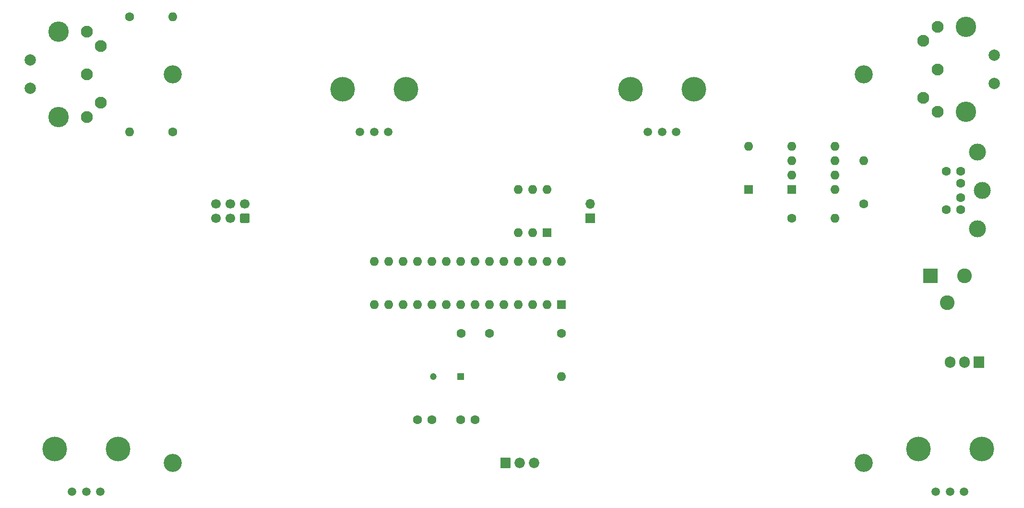
<source format=gts>
G04 #@! TF.GenerationSoftware,KiCad,Pcbnew,(5.1.9-0-10_14)*
G04 #@! TF.CreationDate,2024-01-04T20:03:31+01:00*
G04 #@! TF.ProjectId,v2_atmega8_encoder,76325f61-746d-4656-9761-385f656e636f,rev?*
G04 #@! TF.SameCoordinates,Original*
G04 #@! TF.FileFunction,Soldermask,Top*
G04 #@! TF.FilePolarity,Negative*
%FSLAX46Y46*%
G04 Gerber Fmt 4.6, Leading zero omitted, Abs format (unit mm)*
G04 Created by KiCad (PCBNEW (5.1.9-0-10_14)) date 2024-01-04 20:03:31*
%MOMM*%
%LPD*%
G01*
G04 APERTURE LIST*
%ADD10C,3.200000*%
%ADD11O,1.600000X1.600000*%
%ADD12R,1.600000X1.600000*%
%ADD13O,1.700000X1.700000*%
%ADD14R,1.700000X1.700000*%
%ADD15C,1.600000*%
%ADD16C,1.205000*%
%ADD17R,1.205000X1.205000*%
%ADD18O,1.905000X2.000000*%
%ADD19R,1.905000X2.000000*%
%ADD20C,1.839000*%
%ADD21C,3.600000*%
%ADD22C,2.000000*%
%ADD23C,2.100000*%
%ADD24C,2.600000*%
%ADD25R,2.600000X2.600000*%
%ADD26C,1.700000*%
%ADD27C,4.350000*%
%ADD28C,1.500000*%
%ADD29C,2.990000*%
G04 APERTURE END LIST*
D10*
X203200000Y-55880000D03*
X203200000Y-124460000D03*
X81280000Y-55880000D03*
X81280000Y-124460000D03*
D11*
X147320000Y-76200000D03*
X142240000Y-83820000D03*
X144780000Y-76200000D03*
X144780000Y-83820000D03*
X142240000Y-76200000D03*
D12*
X147320000Y-83820000D03*
D13*
X154940000Y-78740000D03*
D14*
X154940000Y-81280000D03*
D11*
X149860000Y-109220000D03*
D15*
X149860000Y-101600000D03*
X134580000Y-116840000D03*
X132080000Y-116840000D03*
D16*
X127200000Y-109220000D03*
D17*
X132080000Y-109220000D03*
D18*
X218440000Y-106680000D03*
X220980000Y-106680000D03*
D19*
X223520000Y-106680000D03*
D11*
X198120000Y-76200000D03*
X190500000Y-68580000D03*
X198120000Y-73660000D03*
X190500000Y-71120000D03*
X198120000Y-71120000D03*
X190500000Y-73660000D03*
X198120000Y-68580000D03*
D12*
X190500000Y-76200000D03*
D20*
X142505000Y-124460000D03*
X145045000Y-124460000D03*
G36*
G01*
X139045500Y-125277500D02*
X139045500Y-123642500D01*
G75*
G02*
X139147500Y-123540500I102000J0D01*
G01*
X140782500Y-123540500D01*
G75*
G02*
X140884500Y-123642500I0J-102000D01*
G01*
X140884500Y-125277500D01*
G75*
G02*
X140782500Y-125379500I-102000J0D01*
G01*
X139147500Y-125379500D01*
G75*
G02*
X139045500Y-125277500I0J102000D01*
G01*
G37*
D11*
X203200000Y-71120000D03*
D15*
X203200000Y-78740000D03*
D11*
X198120000Y-81280000D03*
D15*
X190500000Y-81280000D03*
D11*
X73660000Y-66040000D03*
D15*
X81280000Y-66040000D03*
D11*
X81280000Y-45720000D03*
D15*
X73660000Y-45720000D03*
D21*
X61080000Y-48380000D03*
X61080000Y-63380000D03*
D22*
X56080000Y-53380000D03*
X56080000Y-58380000D03*
D23*
X68580000Y-60880000D03*
X68580000Y-50880000D03*
X66080000Y-63380000D03*
X66080000Y-55880000D03*
X66080000Y-48380000D03*
D21*
X221180000Y-62500000D03*
X221180000Y-47500000D03*
D22*
X226180000Y-57500000D03*
X226180000Y-52500000D03*
D23*
X213680000Y-50000000D03*
X213680000Y-60000000D03*
X216180000Y-47500000D03*
X216180000Y-55000000D03*
X216180000Y-62500000D03*
D24*
X217950000Y-96175000D03*
X220950000Y-91475000D03*
D25*
X214950000Y-91475000D03*
D26*
X88900000Y-78740000D03*
X91440000Y-78740000D03*
X93980000Y-78740000D03*
X88900000Y-81280000D03*
X91440000Y-81280000D03*
G36*
G01*
X94580000Y-82130000D02*
X93380000Y-82130000D01*
G75*
G02*
X93130000Y-81880000I0J250000D01*
G01*
X93130000Y-80680000D01*
G75*
G02*
X93380000Y-80430000I250000J0D01*
G01*
X94580000Y-80430000D01*
G75*
G02*
X94830000Y-80680000I0J-250000D01*
G01*
X94830000Y-81880000D01*
G75*
G02*
X94580000Y-82130000I-250000J0D01*
G01*
G37*
D27*
X224000000Y-122040000D03*
X212800000Y-122040000D03*
D28*
X218400000Y-129540000D03*
X220900000Y-129540000D03*
X215900000Y-129540000D03*
D27*
X173200000Y-58540000D03*
X162000000Y-58540000D03*
D28*
X167600000Y-66040000D03*
X170100000Y-66040000D03*
X165100000Y-66040000D03*
D27*
X122400000Y-58540000D03*
X111200000Y-58540000D03*
D28*
X116800000Y-66040000D03*
X119300000Y-66040000D03*
X114300000Y-66040000D03*
D27*
X71600000Y-122040000D03*
X60400000Y-122040000D03*
D28*
X66000000Y-129540000D03*
X68500000Y-129540000D03*
X63500000Y-129540000D03*
D15*
X132160000Y-101600000D03*
X137160000Y-101600000D03*
X126960000Y-116840000D03*
X124460000Y-116840000D03*
D29*
X223265000Y-69615000D03*
X224075000Y-76375000D03*
X223265000Y-83135000D03*
D15*
X217775000Y-79725000D03*
X217775000Y-73025000D03*
X220265000Y-79725000D03*
X220265000Y-73025000D03*
X220265000Y-77675000D03*
X220265000Y-75075000D03*
D11*
X149860000Y-88900000D03*
X116840000Y-96520000D03*
X147320000Y-88900000D03*
X119380000Y-96520000D03*
X144780000Y-88900000D03*
X121920000Y-96520000D03*
X142240000Y-88900000D03*
X124460000Y-96520000D03*
X139700000Y-88900000D03*
X127000000Y-96520000D03*
X137160000Y-88900000D03*
X129540000Y-96520000D03*
X134620000Y-88900000D03*
X132080000Y-96520000D03*
X132080000Y-88900000D03*
X134620000Y-96520000D03*
X129540000Y-88900000D03*
X137160000Y-96520000D03*
X127000000Y-88900000D03*
X139700000Y-96520000D03*
X124460000Y-88900000D03*
X142240000Y-96520000D03*
X121920000Y-88900000D03*
X144780000Y-96520000D03*
X119380000Y-88900000D03*
X147320000Y-96520000D03*
X116840000Y-88900000D03*
D12*
X149860000Y-96520000D03*
D11*
X182880000Y-68580000D03*
D12*
X182880000Y-76200000D03*
M02*

</source>
